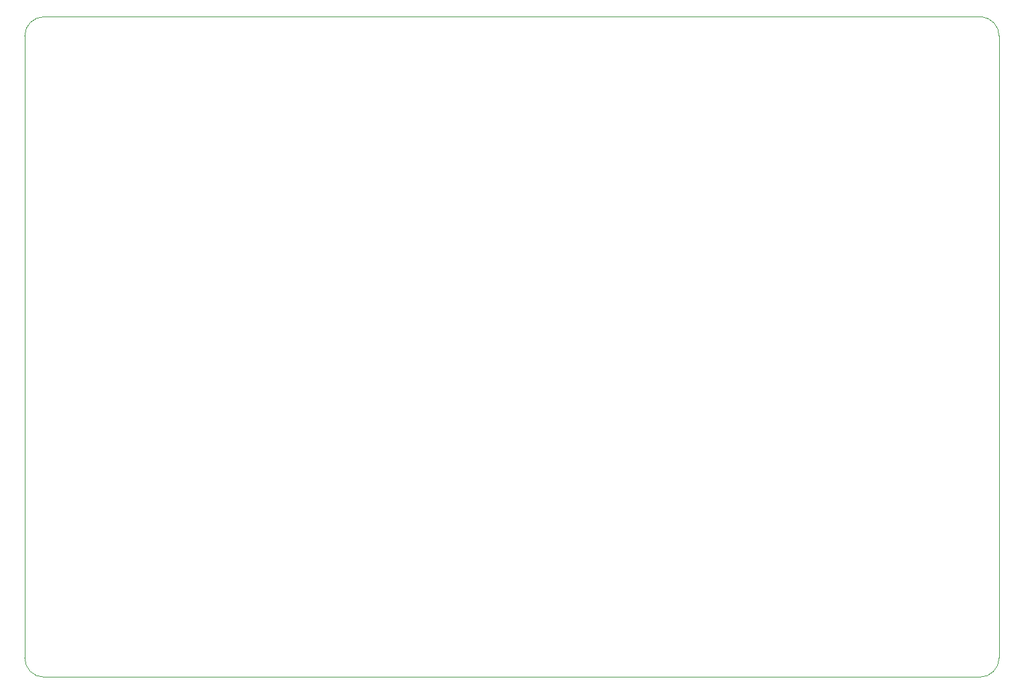
<source format=gbr>
%TF.GenerationSoftware,KiCad,Pcbnew,7.0.8*%
%TF.CreationDate,2023-11-27T18:53:24+00:00*%
%TF.ProjectId,CAN_PCB,43414e5f-5043-4422-9e6b-696361645f70,rev?*%
%TF.SameCoordinates,Original*%
%TF.FileFunction,Profile,NP*%
%FSLAX46Y46*%
G04 Gerber Fmt 4.6, Leading zero omitted, Abs format (unit mm)*
G04 Created by KiCad (PCBNEW 7.0.8) date 2023-11-27 18:53:24*
%MOMM*%
%LPD*%
G01*
G04 APERTURE LIST*
%TA.AperFunction,Profile*%
%ADD10C,0.100000*%
%TD*%
G04 APERTURE END LIST*
D10*
X222249971Y-46228000D02*
G75*
G03*
X219951332Y-43688001I-2552671J0D01*
G01*
X95250000Y-131572000D02*
X219710000Y-131572000D01*
X92710000Y-129032000D02*
G75*
G03*
X95250000Y-131572000I2540000J0D01*
G01*
X95250000Y-43688000D02*
X219951332Y-43688000D01*
X95250000Y-43688000D02*
G75*
G03*
X92710000Y-46228000I0J-2540000D01*
G01*
X92710000Y-46228000D02*
X92710000Y-129032000D01*
X222250000Y-129032000D02*
X222250000Y-46228000D01*
X219710000Y-131572000D02*
G75*
G03*
X222250000Y-129032000I0J2540000D01*
G01*
M02*

</source>
